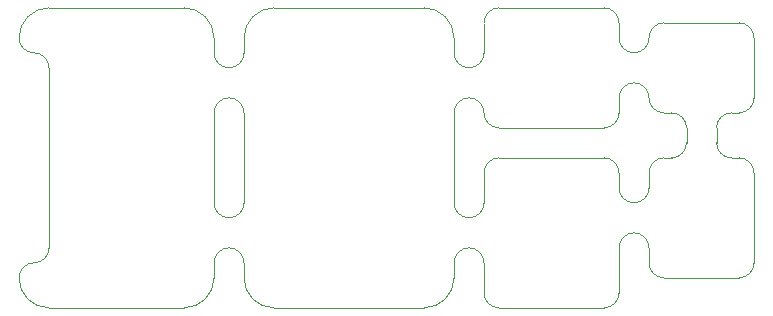
<source format=gm1>
G04 #@! TF.FileFunction,Profile,NP*
%FSLAX46Y46*%
G04 Gerber Fmt 4.6, Leading zero omitted, Abs format (unit mm)*
G04 Created by KiCad (PCBNEW (2015-08-15 BZR 6092)-product) date 11/30/2015 7:36:40 PM*
%MOMM*%
G01*
G04 APERTURE LIST*
%ADD10C,0.100000*%
G04 APERTURE END LIST*
D10*
X163449000Y-99568000D02*
X163449000Y-98298000D01*
X172974000Y-97028000D02*
X173609000Y-97028000D01*
X171704000Y-95758000D02*
X171704000Y-94488000D01*
X169164000Y-95758000D02*
X169164000Y-94488000D01*
X172974000Y-93218000D02*
X173609000Y-93218000D01*
X167259000Y-93218000D02*
X167894000Y-93218000D01*
X167894000Y-85598000D02*
X172974000Y-85598000D01*
X167894000Y-107188000D02*
X173609000Y-107188000D01*
X163449000Y-104648000D02*
X163449000Y-108458000D01*
X169164000Y-94488000D02*
G75*
G03X167894000Y-93218000I-1270000J0D01*
G01*
X172974000Y-93218000D02*
G75*
G03X171704000Y-94488000I0J-1270000D01*
G01*
X174879000Y-98298000D02*
X174879000Y-105918000D01*
X153289000Y-97028000D02*
X162179000Y-97028000D01*
X160909000Y-109728000D02*
X162179000Y-109728000D01*
X153289000Y-109728000D02*
X160909000Y-109728000D01*
X165989000Y-99568000D02*
X165989000Y-98298000D01*
X165989000Y-105918000D02*
X165989000Y-104648000D01*
X162179000Y-94488000D02*
X160909000Y-94488000D01*
X163449000Y-91948000D02*
X163449000Y-93218000D01*
X164719000Y-90678000D02*
G75*
G03X163449000Y-91948000I0J-1270000D01*
G01*
X162179000Y-94488000D02*
G75*
G03X163449000Y-93218000I0J1270000D01*
G01*
X165989000Y-104648000D02*
G75*
G03X164719000Y-103378000I-1270000J0D01*
G01*
X164719000Y-100838000D02*
G75*
G03X165989000Y-99568000I0J1270000D01*
G01*
X167259000Y-97028000D02*
G75*
G03X165989000Y-98298000I0J-1270000D01*
G01*
X163449000Y-85598000D02*
X163449000Y-86868000D01*
X153289000Y-84328000D02*
X162179000Y-84328000D01*
X163449000Y-86868000D02*
G75*
G03X164719000Y-88138000I1270000J0D01*
G01*
X163449000Y-85598000D02*
G75*
G03X162179000Y-84328000I-1270000J0D01*
G01*
X153289000Y-94488000D02*
X162052000Y-94488000D01*
X152019000Y-86868000D02*
X152019000Y-85725000D01*
X153289000Y-84328000D02*
G75*
G03X152019000Y-85598000I0J-1270000D01*
G01*
X167894000Y-97028000D02*
X167259000Y-97028000D01*
X167259000Y-107188000D02*
X167894000Y-107188000D01*
X172974000Y-85598000D02*
X173609000Y-85598000D01*
X167259000Y-85598000D02*
X167894000Y-85598000D01*
X134239000Y-84328000D02*
X146939000Y-84328000D01*
X152019000Y-86868000D02*
X152019000Y-88138000D01*
X174879000Y-91948000D02*
X174879000Y-90678000D01*
X134239000Y-109728000D02*
X146939000Y-109728000D01*
X174879000Y-90678000D02*
X174879000Y-86868000D01*
X152019000Y-100838000D02*
X152019000Y-98298000D01*
X152019000Y-108458000D02*
X152019000Y-105918000D01*
X174879000Y-98298000D02*
G75*
G03X173609000Y-97028000I-1270000J0D01*
G01*
X173609000Y-107188000D02*
G75*
G03X174879000Y-105918000I0J1270000D01*
G01*
X173609000Y-93218000D02*
G75*
G03X174879000Y-91948000I0J1270000D01*
G01*
X174879000Y-86868000D02*
G75*
G03X173609000Y-85598000I-1270000J0D01*
G01*
X167894000Y-97028000D02*
G75*
G03X169164000Y-95758000I0J1270000D01*
G01*
X165989000Y-105918000D02*
G75*
G03X167259000Y-107188000I1270000J0D01*
G01*
X171704000Y-95758000D02*
G75*
G03X172974000Y-97028000I1270000J0D01*
G01*
X167259000Y-85598000D02*
G75*
G03X165989000Y-86868000I0J-1270000D01*
G01*
X165989000Y-91948000D02*
G75*
G03X167259000Y-93218000I1270000J0D01*
G01*
X163449000Y-98298000D02*
G75*
G03X162179000Y-97028000I-1270000J0D01*
G01*
X162179000Y-109728000D02*
G75*
G03X163449000Y-108458000I0J1270000D01*
G01*
X152019000Y-108458000D02*
G75*
G03X153289000Y-109728000I1270000J0D01*
G01*
X153289000Y-97028000D02*
G75*
G03X152019000Y-98298000I0J-1270000D01*
G01*
X152019000Y-93218000D02*
G75*
G03X153289000Y-94488000I1270000J0D01*
G01*
X164719000Y-88138000D02*
G75*
G03X165989000Y-86868000I0J1270000D01*
G01*
X163449000Y-99568000D02*
G75*
G03X164719000Y-100838000I1270000J0D01*
G01*
X165989000Y-91948000D02*
G75*
G03X164719000Y-90678000I-1270000J0D01*
G01*
X164719000Y-103378000D02*
G75*
G03X163449000Y-104648000I0J-1270000D01*
G01*
X149479000Y-93218000D02*
X149479000Y-100838000D01*
X146939000Y-109728000D02*
G75*
G03X149479000Y-107188000I0J2540000D01*
G01*
X149479000Y-88138000D02*
X149479000Y-86868000D01*
X149479000Y-107188000D02*
X149479000Y-105918000D01*
X150749000Y-102108000D02*
G75*
G03X152019000Y-100838000I0J1270000D01*
G01*
X149479000Y-100838000D02*
G75*
G03X150749000Y-102108000I1270000J0D01*
G01*
X152019000Y-93218000D02*
G75*
G03X150749000Y-91948000I-1270000J0D01*
G01*
X150749000Y-91948000D02*
G75*
G03X149479000Y-93218000I0J-1270000D01*
G01*
X152019000Y-105918000D02*
G75*
G03X150749000Y-104648000I-1270000J0D01*
G01*
X150749000Y-104648000D02*
G75*
G03X149479000Y-105918000I0J-1270000D01*
G01*
X150749000Y-89408000D02*
G75*
G03X152019000Y-88138000I0J1270000D01*
G01*
X149479000Y-88138000D02*
G75*
G03X150749000Y-89408000I1270000J0D01*
G01*
X149479000Y-86868000D02*
G75*
G03X146939000Y-84328000I-2540000J0D01*
G01*
X131699000Y-100838000D02*
X131699000Y-93218000D01*
X129159000Y-93218000D02*
X129159000Y-100838000D01*
X130429000Y-102108000D02*
G75*
G03X131699000Y-100838000I0J1270000D01*
G01*
X129159000Y-100838000D02*
G75*
G03X130429000Y-102108000I1270000J0D01*
G01*
X115189000Y-84328000D02*
X126619000Y-84328000D01*
X129159000Y-86868000D02*
G75*
G03X126619000Y-84328000I-2540000J0D01*
G01*
X131699000Y-93218000D02*
G75*
G03X130429000Y-91948000I-1270000J0D01*
G01*
X130429000Y-91948000D02*
G75*
G03X129159000Y-93218000I0J-1270000D01*
G01*
X131699000Y-107188000D02*
X131699000Y-105918000D01*
X129159000Y-107188000D02*
X129159000Y-105918000D01*
X115189000Y-109728000D02*
X126619000Y-109728000D01*
X131699000Y-88138000D02*
X131699000Y-86868000D01*
X129159000Y-86868000D02*
X129159000Y-88138000D01*
X134239000Y-84328000D02*
G75*
G03X131699000Y-86868000I0J-2540000D01*
G01*
X130429000Y-89408000D02*
G75*
G03X131699000Y-88138000I0J1270000D01*
G01*
X129159000Y-88138000D02*
G75*
G03X130429000Y-89408000I1270000J0D01*
G01*
X131699000Y-107188000D02*
G75*
G03X134239000Y-109728000I2540000J0D01*
G01*
X131699000Y-105918000D02*
G75*
G03X130429000Y-104648000I-1270000J0D01*
G01*
X130429000Y-104648000D02*
G75*
G03X129159000Y-105918000I0J-1270000D01*
G01*
X113919000Y-105918000D02*
G75*
G03X112649000Y-107188000I0J-1270000D01*
G01*
X112649000Y-107188000D02*
G75*
G03X115189000Y-109728000I2540000J0D01*
G01*
X115189000Y-89408000D02*
X115189000Y-104648000D01*
X113919000Y-105918000D02*
G75*
G03X115189000Y-104648000I0J1270000D01*
G01*
X115189000Y-89408000D02*
G75*
G03X113919000Y-88138000I-1270000J0D01*
G01*
X112649000Y-86868000D02*
G75*
G03X113919000Y-88138000I1270000J0D01*
G01*
X126619000Y-109728000D02*
G75*
G03X129159000Y-107188000I0J2540000D01*
G01*
X115189000Y-84328000D02*
G75*
G03X112649000Y-86868000I0J-2540000D01*
G01*
M02*

</source>
